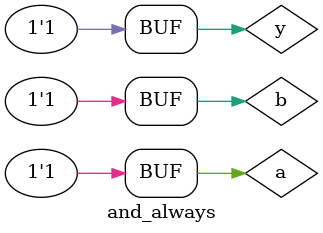
<source format=v>
module and_always;

reg a,b;
wire y;
assign y=a&b;

// Similar to triggers in SQL?
always @(a or b)
begin
$display("a =%b b=%b y=%b", a, b, y);
end


initial
begin

a = 0; b =1;
#10
a = 0; b =0;
#10
a = 1; b =0;
#10
a = 1; b =1;

end
endmodule

</source>
